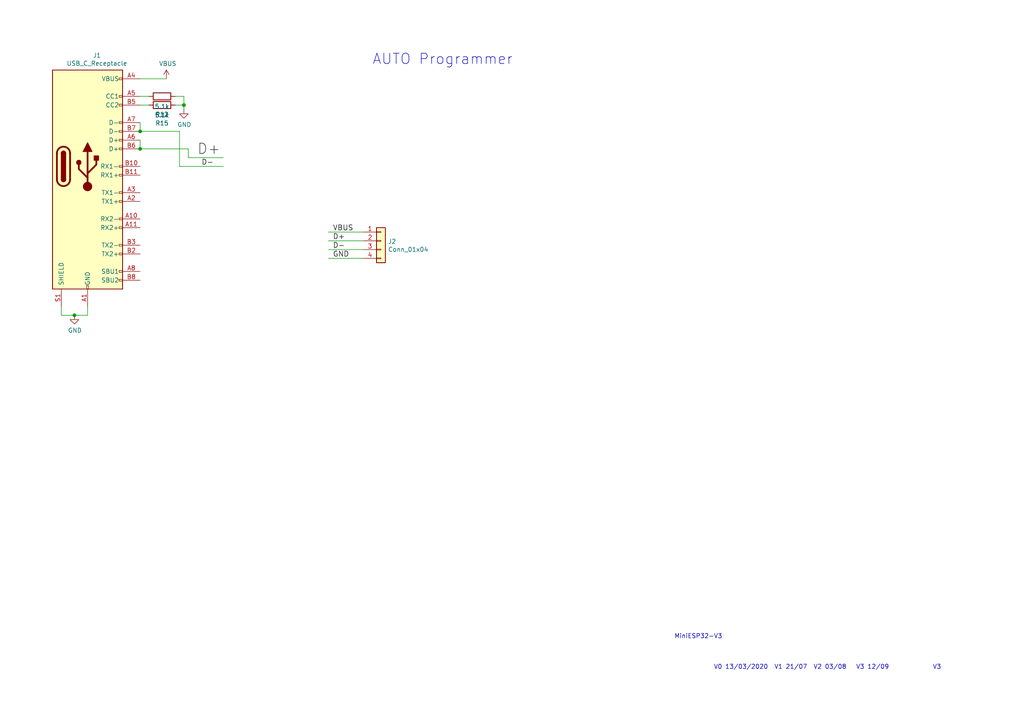
<source format=kicad_sch>
(kicad_sch (version 20211123) (generator eeschema)

  (uuid 10316104-6210-4bdd-9602-e9a78b2c819f)

  (paper "A4")

  (lib_symbols
    (symbol "Connector:USB_C_Receptacle" (pin_names (offset 1.016)) (in_bom yes) (on_board yes)
      (property "Reference" "J" (id 0) (at -10.16 29.21 0)
        (effects (font (size 1.27 1.27)) (justify left))
      )
      (property "Value" "USB_C_Receptacle" (id 1) (at 10.16 29.21 0)
        (effects (font (size 1.27 1.27)) (justify right))
      )
      (property "Footprint" "" (id 2) (at 3.81 0 0)
        (effects (font (size 1.27 1.27)) hide)
      )
      (property "Datasheet" "https://www.usb.org/sites/default/files/documents/usb_type-c.zip" (id 3) (at 3.81 0 0)
        (effects (font (size 1.27 1.27)) hide)
      )
      (property "ki_keywords" "usb universal serial bus type-C full-featured" (id 4) (at 0 0 0)
        (effects (font (size 1.27 1.27)) hide)
      )
      (property "ki_description" "USB Full-Featured Type-C Receptacle connector" (id 5) (at 0 0 0)
        (effects (font (size 1.27 1.27)) hide)
      )
      (property "ki_fp_filters" "USB*C*Receptacle*" (id 6) (at 0 0 0)
        (effects (font (size 1.27 1.27)) hide)
      )
      (symbol "USB_C_Receptacle_0_0"
        (rectangle (start -0.254 -35.56) (end 0.254 -34.544)
          (stroke (width 0) (type default) (color 0 0 0 0))
          (fill (type none))
        )
        (rectangle (start 10.16 -32.766) (end 9.144 -33.274)
          (stroke (width 0) (type default) (color 0 0 0 0))
          (fill (type none))
        )
        (rectangle (start 10.16 -30.226) (end 9.144 -30.734)
          (stroke (width 0) (type default) (color 0 0 0 0))
          (fill (type none))
        )
        (rectangle (start 10.16 -25.146) (end 9.144 -25.654)
          (stroke (width 0) (type default) (color 0 0 0 0))
          (fill (type none))
        )
        (rectangle (start 10.16 -22.606) (end 9.144 -23.114)
          (stroke (width 0) (type default) (color 0 0 0 0))
          (fill (type none))
        )
        (rectangle (start 10.16 -17.526) (end 9.144 -18.034)
          (stroke (width 0) (type default) (color 0 0 0 0))
          (fill (type none))
        )
        (rectangle (start 10.16 -14.986) (end 9.144 -15.494)
          (stroke (width 0) (type default) (color 0 0 0 0))
          (fill (type none))
        )
        (rectangle (start 10.16 -9.906) (end 9.144 -10.414)
          (stroke (width 0) (type default) (color 0 0 0 0))
          (fill (type none))
        )
        (rectangle (start 10.16 -7.366) (end 9.144 -7.874)
          (stroke (width 0) (type default) (color 0 0 0 0))
          (fill (type none))
        )
        (rectangle (start 10.16 -2.286) (end 9.144 -2.794)
          (stroke (width 0) (type default) (color 0 0 0 0))
          (fill (type none))
        )
        (rectangle (start 10.16 0.254) (end 9.144 -0.254)
          (stroke (width 0) (type default) (color 0 0 0 0))
          (fill (type none))
        )
        (rectangle (start 10.16 5.334) (end 9.144 4.826)
          (stroke (width 0) (type default) (color 0 0 0 0))
          (fill (type none))
        )
        (rectangle (start 10.16 7.874) (end 9.144 7.366)
          (stroke (width 0) (type default) (color 0 0 0 0))
          (fill (type none))
        )
        (rectangle (start 10.16 10.414) (end 9.144 9.906)
          (stroke (width 0) (type default) (color 0 0 0 0))
          (fill (type none))
        )
        (rectangle (start 10.16 12.954) (end 9.144 12.446)
          (stroke (width 0) (type default) (color 0 0 0 0))
          (fill (type none))
        )
        (rectangle (start 10.16 18.034) (end 9.144 17.526)
          (stroke (width 0) (type default) (color 0 0 0 0))
          (fill (type none))
        )
        (rectangle (start 10.16 20.574) (end 9.144 20.066)
          (stroke (width 0) (type default) (color 0 0 0 0))
          (fill (type none))
        )
        (rectangle (start 10.16 25.654) (end 9.144 25.146)
          (stroke (width 0) (type default) (color 0 0 0 0))
          (fill (type none))
        )
      )
      (symbol "USB_C_Receptacle_0_1"
        (rectangle (start -10.16 27.94) (end 10.16 -35.56)
          (stroke (width 0.254) (type default) (color 0 0 0 0))
          (fill (type background))
        )
        (arc (start -8.89 -3.81) (mid -6.985 -5.715) (end -5.08 -3.81)
          (stroke (width 0.508) (type default) (color 0 0 0 0))
          (fill (type none))
        )
        (arc (start -7.62 -3.81) (mid -6.985 -4.445) (end -6.35 -3.81)
          (stroke (width 0.254) (type default) (color 0 0 0 0))
          (fill (type none))
        )
        (arc (start -7.62 -3.81) (mid -6.985 -4.445) (end -6.35 -3.81)
          (stroke (width 0.254) (type default) (color 0 0 0 0))
          (fill (type outline))
        )
        (rectangle (start -7.62 -3.81) (end -6.35 3.81)
          (stroke (width 0.254) (type default) (color 0 0 0 0))
          (fill (type outline))
        )
        (arc (start -6.35 3.81) (mid -6.985 4.445) (end -7.62 3.81)
          (stroke (width 0.254) (type default) (color 0 0 0 0))
          (fill (type none))
        )
        (arc (start -6.35 3.81) (mid -6.985 4.445) (end -7.62 3.81)
          (stroke (width 0.254) (type default) (color 0 0 0 0))
          (fill (type outline))
        )
        (arc (start -5.08 3.81) (mid -6.985 5.715) (end -8.89 3.81)
          (stroke (width 0.508) (type default) (color 0 0 0 0))
          (fill (type none))
        )
        (polyline
          (pts
            (xy -8.89 -3.81)
            (xy -8.89 3.81)
          )
          (stroke (width 0.508) (type default) (color 0 0 0 0))
          (fill (type none))
        )
        (polyline
          (pts
            (xy -5.08 3.81)
            (xy -5.08 -3.81)
          )
          (stroke (width 0.508) (type default) (color 0 0 0 0))
          (fill (type none))
        )
      )
      (symbol "USB_C_Receptacle_1_1"
        (circle (center -2.54 1.143) (radius 0.635)
          (stroke (width 0.254) (type default) (color 0 0 0 0))
          (fill (type outline))
        )
        (circle (center 0 -5.842) (radius 1.27)
          (stroke (width 0) (type default) (color 0 0 0 0))
          (fill (type outline))
        )
        (polyline
          (pts
            (xy 0 -5.842)
            (xy 0 4.318)
          )
          (stroke (width 0.508) (type default) (color 0 0 0 0))
          (fill (type none))
        )
        (polyline
          (pts
            (xy 0 -3.302)
            (xy -2.54 -0.762)
            (xy -2.54 0.508)
          )
          (stroke (width 0.508) (type default) (color 0 0 0 0))
          (fill (type none))
        )
        (polyline
          (pts
            (xy 0 -2.032)
            (xy 2.54 0.508)
            (xy 2.54 1.778)
          )
          (stroke (width 0.508) (type default) (color 0 0 0 0))
          (fill (type none))
        )
        (polyline
          (pts
            (xy -1.27 4.318)
            (xy 0 6.858)
            (xy 1.27 4.318)
            (xy -1.27 4.318)
          )
          (stroke (width 0.254) (type default) (color 0 0 0 0))
          (fill (type outline))
        )
        (rectangle (start 1.905 1.778) (end 3.175 3.048)
          (stroke (width 0.254) (type default) (color 0 0 0 0))
          (fill (type outline))
        )
        (pin passive line (at 0 -40.64 90) (length 5.08)
          (name "GND" (effects (font (size 1.27 1.27))))
          (number "A1" (effects (font (size 1.27 1.27))))
        )
        (pin bidirectional line (at 15.24 -15.24 180) (length 5.08)
          (name "RX2-" (effects (font (size 1.27 1.27))))
          (number "A10" (effects (font (size 1.27 1.27))))
        )
        (pin bidirectional line (at 15.24 -17.78 180) (length 5.08)
          (name "RX2+" (effects (font (size 1.27 1.27))))
          (number "A11" (effects (font (size 1.27 1.27))))
        )
        (pin passive line (at 0 -40.64 90) (length 5.08) hide
          (name "GND" (effects (font (size 1.27 1.27))))
          (number "A12" (effects (font (size 1.27 1.27))))
        )
        (pin bidirectional line (at 15.24 -10.16 180) (length 5.08)
          (name "TX1+" (effects (font (size 1.27 1.27))))
          (number "A2" (effects (font (size 1.27 1.27))))
        )
        (pin bidirectional line (at 15.24 -7.62 180) (length 5.08)
          (name "TX1-" (effects (font (size 1.27 1.27))))
          (number "A3" (effects (font (size 1.27 1.27))))
        )
        (pin passive line (at 15.24 25.4 180) (length 5.08)
          (name "VBUS" (effects (font (size 1.27 1.27))))
          (number "A4" (effects (font (size 1.27 1.27))))
        )
        (pin bidirectional line (at 15.24 20.32 180) (length 5.08)
          (name "CC1" (effects (font (size 1.27 1.27))))
          (number "A5" (effects (font (size 1.27 1.27))))
        )
        (pin bidirectional line (at 15.24 7.62 180) (length 5.08)
          (name "D+" (effects (font (size 1.27 1.27))))
          (number "A6" (effects (font (size 1.27 1.27))))
        )
        (pin bidirectional line (at 15.24 12.7 180) (length 5.08)
          (name "D-" (effects (font (size 1.27 1.27))))
          (number "A7" (effects (font (size 1.27 1.27))))
        )
        (pin bidirectional line (at 15.24 -30.48 180) (length 5.08)
          (name "SBU1" (effects (font (size 1.27 1.27))))
          (number "A8" (effects (font (size 1.27 1.27))))
        )
        (pin passive line (at 15.24 25.4 180) (length 5.08) hide
          (name "VBUS" (effects (font (size 1.27 1.27))))
          (number "A9" (effects (font (size 1.27 1.27))))
        )
        (pin passive line (at 0 -40.64 90) (length 5.08) hide
          (name "GND" (effects (font (size 1.27 1.27))))
          (number "B1" (effects (font (size 1.27 1.27))))
        )
        (pin bidirectional line (at 15.24 0 180) (length 5.08)
          (name "RX1-" (effects (font (size 1.27 1.27))))
          (number "B10" (effects (font (size 1.27 1.27))))
        )
        (pin bidirectional line (at 15.24 -2.54 180) (length 5.08)
          (name "RX1+" (effects (font (size 1.27 1.27))))
          (number "B11" (effects (font (size 1.27 1.27))))
        )
        (pin passive line (at 0 -40.64 90) (length 5.08) hide
          (name "GND" (effects (font (size 1.27 1.27))))
          (number "B12" (effects (font (size 1.27 1.27))))
        )
        (pin bidirectional line (at 15.24 -25.4 180) (length 5.08)
          (name "TX2+" (effects (font (size 1.27 1.27))))
          (number "B2" (effects (font (size 1.27 1.27))))
        )
        (pin bidirectional line (at 15.24 -22.86 180) (length 5.08)
          (name "TX2-" (effects (font (size 1.27 1.27))))
          (number "B3" (effects (font (size 1.27 1.27))))
        )
        (pin passive line (at 15.24 25.4 180) (length 5.08) hide
          (name "VBUS" (effects (font (size 1.27 1.27))))
          (number "B4" (effects (font (size 1.27 1.27))))
        )
        (pin bidirectional line (at 15.24 17.78 180) (length 5.08)
          (name "CC2" (effects (font (size 1.27 1.27))))
          (number "B5" (effects (font (size 1.27 1.27))))
        )
        (pin bidirectional line (at 15.24 5.08 180) (length 5.08)
          (name "D+" (effects (font (size 1.27 1.27))))
          (number "B6" (effects (font (size 1.27 1.27))))
        )
        (pin bidirectional line (at 15.24 10.16 180) (length 5.08)
          (name "D-" (effects (font (size 1.27 1.27))))
          (number "B7" (effects (font (size 1.27 1.27))))
        )
        (pin bidirectional line (at 15.24 -33.02 180) (length 5.08)
          (name "SBU2" (effects (font (size 1.27 1.27))))
          (number "B8" (effects (font (size 1.27 1.27))))
        )
        (pin passive line (at 15.24 25.4 180) (length 5.08) hide
          (name "VBUS" (effects (font (size 1.27 1.27))))
          (number "B9" (effects (font (size 1.27 1.27))))
        )
        (pin passive line (at -7.62 -40.64 90) (length 5.08)
          (name "SHIELD" (effects (font (size 1.27 1.27))))
          (number "S1" (effects (font (size 1.27 1.27))))
        )
      )
    )
    (symbol "Connector_Generic:Conn_01x04" (pin_names (offset 1.016) hide) (in_bom yes) (on_board yes)
      (property "Reference" "J" (id 0) (at 0 5.08 0)
        (effects (font (size 1.27 1.27)))
      )
      (property "Value" "Conn_01x04" (id 1) (at 0 -7.62 0)
        (effects (font (size 1.27 1.27)))
      )
      (property "Footprint" "" (id 2) (at 0 0 0)
        (effects (font (size 1.27 1.27)) hide)
      )
      (property "Datasheet" "~" (id 3) (at 0 0 0)
        (effects (font (size 1.27 1.27)) hide)
      )
      (property "ki_keywords" "connector" (id 4) (at 0 0 0)
        (effects (font (size 1.27 1.27)) hide)
      )
      (property "ki_description" "Generic connector, single row, 01x04, script generated (kicad-library-utils/schlib/autogen/connector/)" (id 5) (at 0 0 0)
        (effects (font (size 1.27 1.27)) hide)
      )
      (property "ki_fp_filters" "Connector*:*_1x??_*" (id 6) (at 0 0 0)
        (effects (font (size 1.27 1.27)) hide)
      )
      (symbol "Conn_01x04_1_1"
        (rectangle (start -1.27 -4.953) (end 0 -5.207)
          (stroke (width 0.1524) (type default) (color 0 0 0 0))
          (fill (type none))
        )
        (rectangle (start -1.27 -2.413) (end 0 -2.667)
          (stroke (width 0.1524) (type default) (color 0 0 0 0))
          (fill (type none))
        )
        (rectangle (start -1.27 0.127) (end 0 -0.127)
          (stroke (width 0.1524) (type default) (color 0 0 0 0))
          (fill (type none))
        )
        (rectangle (start -1.27 2.667) (end 0 2.413)
          (stroke (width 0.1524) (type default) (color 0 0 0 0))
          (fill (type none))
        )
        (rectangle (start -1.27 3.81) (end 1.27 -6.35)
          (stroke (width 0.254) (type default) (color 0 0 0 0))
          (fill (type background))
        )
        (pin passive line (at -5.08 2.54 0) (length 3.81)
          (name "Pin_1" (effects (font (size 1.27 1.27))))
          (number "1" (effects (font (size 1.27 1.27))))
        )
        (pin passive line (at -5.08 0 0) (length 3.81)
          (name "Pin_2" (effects (font (size 1.27 1.27))))
          (number "2" (effects (font (size 1.27 1.27))))
        )
        (pin passive line (at -5.08 -2.54 0) (length 3.81)
          (name "Pin_3" (effects (font (size 1.27 1.27))))
          (number "3" (effects (font (size 1.27 1.27))))
        )
        (pin passive line (at -5.08 -5.08 0) (length 3.81)
          (name "Pin_4" (effects (font (size 1.27 1.27))))
          (number "4" (effects (font (size 1.27 1.27))))
        )
      )
    )
    (symbol "Device:R" (pin_numbers hide) (pin_names (offset 0)) (in_bom yes) (on_board yes)
      (property "Reference" "R" (id 0) (at 2.032 0 90)
        (effects (font (size 1.27 1.27)))
      )
      (property "Value" "R" (id 1) (at 0 0 90)
        (effects (font (size 1.27 1.27)))
      )
      (property "Footprint" "" (id 2) (at -1.778 0 90)
        (effects (font (size 1.27 1.27)) hide)
      )
      (property "Datasheet" "~" (id 3) (at 0 0 0)
        (effects (font (size 1.27 1.27)) hide)
      )
      (property "ki_keywords" "R res resistor" (id 4) (at 0 0 0)
        (effects (font (size 1.27 1.27)) hide)
      )
      (property "ki_description" "Resistor" (id 5) (at 0 0 0)
        (effects (font (size 1.27 1.27)) hide)
      )
      (property "ki_fp_filters" "R_*" (id 6) (at 0 0 0)
        (effects (font (size 1.27 1.27)) hide)
      )
      (symbol "R_0_1"
        (rectangle (start -1.016 -2.54) (end 1.016 2.54)
          (stroke (width 0.254) (type default) (color 0 0 0 0))
          (fill (type none))
        )
      )
      (symbol "R_1_1"
        (pin passive line (at 0 3.81 270) (length 1.27)
          (name "~" (effects (font (size 1.27 1.27))))
          (number "1" (effects (font (size 1.27 1.27))))
        )
        (pin passive line (at 0 -3.81 90) (length 1.27)
          (name "~" (effects (font (size 1.27 1.27))))
          (number "2" (effects (font (size 1.27 1.27))))
        )
      )
    )
    (symbol "power:GND" (power) (pin_names (offset 0)) (in_bom yes) (on_board yes)
      (property "Reference" "#PWR" (id 0) (at 0 -6.35 0)
        (effects (font (size 1.27 1.27)) hide)
      )
      (property "Value" "GND" (id 1) (at 0 -3.81 0)
        (effects (font (size 1.27 1.27)))
      )
      (property "Footprint" "" (id 2) (at 0 0 0)
        (effects (font (size 1.27 1.27)) hide)
      )
      (property "Datasheet" "" (id 3) (at 0 0 0)
        (effects (font (size 1.27 1.27)) hide)
      )
      (property "ki_keywords" "power-flag" (id 4) (at 0 0 0)
        (effects (font (size 1.27 1.27)) hide)
      )
      (property "ki_description" "Power symbol creates a global label with name \"GND\" , ground" (id 5) (at 0 0 0)
        (effects (font (size 1.27 1.27)) hide)
      )
      (symbol "GND_0_1"
        (polyline
          (pts
            (xy 0 0)
            (xy 0 -1.27)
            (xy 1.27 -1.27)
            (xy 0 -2.54)
            (xy -1.27 -1.27)
            (xy 0 -1.27)
          )
          (stroke (width 0) (type default) (color 0 0 0 0))
          (fill (type none))
        )
      )
      (symbol "GND_1_1"
        (pin power_in line (at 0 0 270) (length 0) hide
          (name "GND" (effects (font (size 1.27 1.27))))
          (number "1" (effects (font (size 1.27 1.27))))
        )
      )
    )
    (symbol "power:VBUS" (power) (pin_names (offset 0)) (in_bom yes) (on_board yes)
      (property "Reference" "#PWR" (id 0) (at 0 -3.81 0)
        (effects (font (size 1.27 1.27)) hide)
      )
      (property "Value" "VBUS" (id 1) (at 0 3.81 0)
        (effects (font (size 1.27 1.27)))
      )
      (property "Footprint" "" (id 2) (at 0 0 0)
        (effects (font (size 1.27 1.27)) hide)
      )
      (property "Datasheet" "" (id 3) (at 0 0 0)
        (effects (font (size 1.27 1.27)) hide)
      )
      (property "ki_keywords" "power-flag" (id 4) (at 0 0 0)
        (effects (font (size 1.27 1.27)) hide)
      )
      (property "ki_description" "Power symbol creates a global label with name \"VBUS\"" (id 5) (at 0 0 0)
        (effects (font (size 1.27 1.27)) hide)
      )
      (symbol "VBUS_0_1"
        (polyline
          (pts
            (xy -0.762 1.27)
            (xy 0 2.54)
          )
          (stroke (width 0) (type default) (color 0 0 0 0))
          (fill (type none))
        )
        (polyline
          (pts
            (xy 0 0)
            (xy 0 2.54)
          )
          (stroke (width 0) (type default) (color 0 0 0 0))
          (fill (type none))
        )
        (polyline
          (pts
            (xy 0 2.54)
            (xy 0.762 1.27)
          )
          (stroke (width 0) (type default) (color 0 0 0 0))
          (fill (type none))
        )
      )
      (symbol "VBUS_1_1"
        (pin power_in line (at 0 0 90) (length 0) hide
          (name "VBUS" (effects (font (size 1.27 1.27))))
          (number "1" (effects (font (size 1.27 1.27))))
        )
      )
    )
  )

  (junction (at 21.59 91.44) (diameter 0) (color 0 0 0 0)
    (uuid 59592d44-71ad-4027-8337-5eb056d53bd2)
  )
  (junction (at 40.64 43.18) (diameter 0) (color 0 0 0 0)
    (uuid a020a075-eb95-4bf0-b595-70f6d5f77bd8)
  )
  (junction (at 53.34 30.48) (diameter 0) (color 0 0 0 0)
    (uuid dd396a63-1ab8-49bb-b486-af90f8915fdd)
  )
  (junction (at 40.64 38.1) (diameter 0) (color 0 0 0 0)
    (uuid ec9023f5-3d21-4e23-a321-6e23b8a4e49a)
  )

  (wire (pts (xy 40.64 43.18) (xy 54.61 43.18))
    (stroke (width 0) (type default) (color 0 0 0 0))
    (uuid 02c2ade3-7080-48b3-a86b-c0e414179b7a)
  )
  (wire (pts (xy 95.25 67.31) (xy 105.41 67.31))
    (stroke (width 0) (type default) (color 0 0 0 0))
    (uuid 19a59aa8-3a2d-4771-9fa8-10bb53fa211b)
  )
  (wire (pts (xy 53.34 30.48) (xy 53.34 31.75))
    (stroke (width 0) (type default) (color 0 0 0 0))
    (uuid 1a0a000e-9807-46f7-b21b-661594ed817d)
  )
  (wire (pts (xy 95.25 69.85) (xy 105.41 69.85))
    (stroke (width 0) (type default) (color 0 0 0 0))
    (uuid 2a91deee-5b94-4bd2-aef1-e2343be28050)
  )
  (wire (pts (xy 52.07 38.1) (xy 52.07 48.26))
    (stroke (width 0) (type default) (color 0 0 0 0))
    (uuid 31219c44-74bb-4c34-87d8-9c144e3b6490)
  )
  (wire (pts (xy 54.61 45.72) (xy 64.77 45.72))
    (stroke (width 0) (type default) (color 0 0 0 0))
    (uuid 3685141e-de29-4954-9e03-948e97b98d6c)
  )
  (wire (pts (xy 52.07 48.26) (xy 64.77 48.26))
    (stroke (width 0) (type default) (color 0 0 0 0))
    (uuid 38162afa-809d-4cbb-a0e3-50f7908a38f2)
  )
  (wire (pts (xy 54.61 43.18) (xy 54.61 45.72))
    (stroke (width 0) (type default) (color 0 0 0 0))
    (uuid 3a9383c8-35ea-4781-8551-a9495382efac)
  )
  (wire (pts (xy 50.8 30.48) (xy 53.34 30.48))
    (stroke (width 0) (type default) (color 0 0 0 0))
    (uuid 3fc1b371-5e2a-4e17-a7fc-caa7e66b96fa)
  )
  (wire (pts (xy 95.25 74.93) (xy 105.41 74.93))
    (stroke (width 0) (type default) (color 0 0 0 0))
    (uuid 43bda84c-0238-4e4c-9230-0059311094d2)
  )
  (wire (pts (xy 40.64 38.1) (xy 52.07 38.1))
    (stroke (width 0) (type default) (color 0 0 0 0))
    (uuid 7907b62d-82ad-4c26-b861-578405aab915)
  )
  (wire (pts (xy 17.78 91.44) (xy 17.78 88.9))
    (stroke (width 0) (type default) (color 0 0 0 0))
    (uuid 8603d8c8-e0e4-4b67-889d-e2041b7ec9b3)
  )
  (wire (pts (xy 21.59 91.44) (xy 25.4 91.44))
    (stroke (width 0) (type default) (color 0 0 0 0))
    (uuid 8c89d72d-656d-4815-ad74-1167f859e248)
  )
  (wire (pts (xy 50.8 27.94) (xy 53.34 27.94))
    (stroke (width 0) (type default) (color 0 0 0 0))
    (uuid 9e0f9658-7cb1-4941-9f15-e80133c15f20)
  )
  (wire (pts (xy 21.59 91.44) (xy 17.78 91.44))
    (stroke (width 0) (type default) (color 0 0 0 0))
    (uuid b02899f2-2d98-422b-b27a-cfb886066310)
  )
  (wire (pts (xy 40.64 22.86) (xy 48.26 22.86))
    (stroke (width 0) (type default) (color 0 0 0 0))
    (uuid b9ae1d25-6c69-4d9c-8351-1b6a3753ca10)
  )
  (wire (pts (xy 40.64 30.48) (xy 43.18 30.48))
    (stroke (width 0) (type default) (color 0 0 0 0))
    (uuid bec3102e-c2c7-4e22-af84-bba9656958c3)
  )
  (wire (pts (xy 53.34 27.94) (xy 53.34 30.48))
    (stroke (width 0) (type default) (color 0 0 0 0))
    (uuid bf9835e5-57da-4a78-b2e0-b1f1f58e07f4)
  )
  (wire (pts (xy 40.64 27.94) (xy 43.18 27.94))
    (stroke (width 0) (type default) (color 0 0 0 0))
    (uuid d18a71de-82ca-4312-83c7-abc758319533)
  )
  (wire (pts (xy 25.4 91.44) (xy 25.4 88.9))
    (stroke (width 0) (type default) (color 0 0 0 0))
    (uuid d5f045e7-f12a-47a4-b648-f11da28210e5)
  )
  (wire (pts (xy 40.64 40.64) (xy 40.64 43.18))
    (stroke (width 0) (type default) (color 0 0 0 0))
    (uuid dc8a0a1d-eb22-41a5-b499-24a32a626ebb)
  )
  (wire (pts (xy 95.25 72.39) (xy 105.41 72.39))
    (stroke (width 0) (type default) (color 0 0 0 0))
    (uuid ecdeac50-919b-44d8-9f7f-55fc456366c8)
  )
  (wire (pts (xy 40.64 35.56) (xy 40.64 38.1))
    (stroke (width 0) (type default) (color 0 0 0 0))
    (uuid f2a0f06e-c70a-4ffb-bb85-2f5c7b01b60a)
  )

  (text "V0 13/03/2020  V1 21/07  V2 03/08   V3 12/09" (at 207.01 194.31 0)
    (effects (font (size 1.27 1.27)) (justify left bottom))
    (uuid 2077a8b9-1714-4cae-b125-1af56ab7e8d5)
  )
  (text "V3" (at 270.51 194.31 0)
    (effects (font (size 1.27 1.27)) (justify left bottom))
    (uuid 28eb2478-12e7-4242-b52e-4fd0a821a3ce)
  )
  (text "AUTO Programmer" (at 107.95 19.05 0)
    (effects (font (size 2.9972 2.9972)) (justify left bottom))
    (uuid 456fa0e4-2144-4279-bc26-9ba869be0df7)
  )
  (text "MiniESP32-V3\n" (at 195.58 185.42 0)
    (effects (font (size 1.27 1.27)) (justify left bottom))
    (uuid 61e8e87b-e94b-4703-8da3-f3c8c0a6e238)
  )

  (label "D+" (at 57.15 45.72 0)
    (effects (font (size 2.9972 2.9972)) (justify left bottom))
    (uuid 2156700a-cd96-4c90-a310-b48b0329ae93)
  )
  (label "VBUS" (at 96.52 67.31 0)
    (effects (font (size 1.4986 1.4986)) (justify left bottom))
    (uuid 7bb66066-2403-4961-ad4c-95a3657f8f55)
  )
  (label "GND" (at 96.52 74.93 0)
    (effects (font (size 1.4986 1.4986)) (justify left bottom))
    (uuid 805ec8c0-a1bc-47e7-b4e4-b4a0520c45cc)
  )
  (label "D+" (at 96.52 69.85 0)
    (effects (font (size 1.4986 1.4986)) (justify left bottom))
    (uuid 855cb8fd-b2bd-4790-bf52-1de4414b3d23)
  )
  (label "D-" (at 96.52 72.39 0)
    (effects (font (size 1.4986 1.4986)) (justify left bottom))
    (uuid ac151b76-b0f1-4df0-8137-eb49fb78bc17)
  )
  (label "D-" (at 58.42 48.26 0)
    (effects (font (size 1.4986 1.4986)) (justify left bottom))
    (uuid de852ea1-392f-42fc-be47-4c303530c538)
  )

  (symbol (lib_id "power:GND") (at 21.59 91.44 0) (unit 1)
    (in_bom yes) (on_board yes)
    (uuid 00000000-0000-0000-0000-00005f4a12c9)
    (property "Reference" "#PWR0136" (id 0) (at 21.59 97.79 0)
      (effects (font (size 1.27 1.27)) hide)
    )
    (property "Value" "GND" (id 1) (at 21.717 95.8342 0))
    (property "Footprint" "" (id 2) (at 21.59 91.44 0)
      (effects (font (size 1.27 1.27)) hide)
    )
    (property "Datasheet" "" (id 3) (at 21.59 91.44 0)
      (effects (font (size 1.27 1.27)) hide)
    )
    (pin "1" (uuid 9abd8442-3e86-432a-83ac-40fbe02abe88))
  )

  (symbol (lib_id "power:VBUS") (at 48.26 22.86 0) (unit 1)
    (in_bom yes) (on_board yes)
    (uuid 00000000-0000-0000-0000-00005f985bd2)
    (property "Reference" "#PWR0103" (id 0) (at 48.26 26.67 0)
      (effects (font (size 1.27 1.27)) hide)
    )
    (property "Value" "VBUS" (id 1) (at 48.641 18.4658 0))
    (property "Footprint" "" (id 2) (at 48.26 22.86 0)
      (effects (font (size 1.27 1.27)) hide)
    )
    (property "Datasheet" "" (id 3) (at 48.26 22.86 0)
      (effects (font (size 1.27 1.27)) hide)
    )
    (pin "1" (uuid 5c7cf7a8-55da-4fe1-9aae-22aceb93fffd))
  )

  (symbol (lib_id "Connector:USB_C_Receptacle") (at 25.4 48.26 0) (unit 1)
    (in_bom yes) (on_board yes)
    (uuid 00000000-0000-0000-0000-00006087b7a3)
    (property "Reference" "" (id 0) (at 28.1178 16.0782 0))
    (property "Value" "USB_C_Receptacle" (id 1) (at 28.1178 18.3896 0))
    (property "Footprint" "Connector_USB:USB_C_Receptacle_Palconn_UTC16-G" (id 2) (at 29.21 48.26 0)
      (effects (font (size 1.27 1.27)) hide)
    )
    (property "Datasheet" "https://www.usb.org/sites/default/files/documents/usb_type-c.zip" (id 3) (at 29.21 48.26 0)
      (effects (font (size 1.27 1.27)) hide)
    )
    (pin "A1" (uuid 0a1763d6-77a5-499a-b62f-ace3909681f8))
    (pin "A10" (uuid b0c59351-8cf8-4753-912d-f9dcf04081fd))
    (pin "A11" (uuid 392ac4e7-9ded-40de-b828-72c213d4faa8))
    (pin "A12" (uuid 53c9ee87-cd4b-45d5-8958-9aa2f063a639))
    (pin "A2" (uuid 22aee572-3fb2-4135-8a48-cb70a4973a49))
    (pin "A3" (uuid 72bdce58-1c52-412d-806b-8aff35b3cace))
    (pin "A4" (uuid 3b88a1d5-bd08-4be6-a012-66bc2f1c0974))
    (pin "A5" (uuid 398edab4-faf3-49fd-8d22-c37190b04318))
    (pin "A6" (uuid b4a9acb6-039e-43c8-a1d1-a5b5ae750404))
    (pin "A7" (uuid 795fb76c-8f85-410a-830c-48e94770e1e4))
    (pin "A8" (uuid 4276dd00-82cc-4a00-b6b9-ebc34fda71b7))
    (pin "A9" (uuid 455689f3-d53e-4086-9630-1291dc29cf55))
    (pin "B1" (uuid 3962de3e-3b36-4cb2-bfbb-efec1483822e))
    (pin "B10" (uuid 594e4208-85ad-4009-8110-7cb49dd4e37b))
    (pin "B11" (uuid 5e983408-6920-4b6c-b1ab-a2494e083809))
    (pin "B12" (uuid 30ddebcf-c486-4eb4-99ab-28a44f457834))
    (pin "B2" (uuid 31cbc8a3-9faf-43d8-a812-c00d1f66df70))
    (pin "B3" (uuid 05e53f06-8c18-4091-ab1a-b0657cab56cc))
    (pin "B4" (uuid fac1297f-832e-4805-b862-c151d50403c6))
    (pin "B5" (uuid ebe8095b-61cc-4590-b7f9-1240a1631749))
    (pin "B6" (uuid 8e864a27-731d-4240-8528-6965ea220bc8))
    (pin "B7" (uuid 6193d684-39de-4101-9ce3-2d5762cc33b7))
    (pin "B8" (uuid ae62c45c-fd15-456a-8f3e-4c97e27913ef))
    (pin "B9" (uuid 1f272b61-6794-4296-b7c9-73e01eab256e))
    (pin "S1" (uuid d94f0059-5af0-4f47-a86b-1569d7905922))
  )

  (symbol (lib_id "Device:R") (at 46.99 27.94 90) (unit 1)
    (in_bom yes) (on_board yes)
    (uuid 00000000-0000-0000-0000-000060ad5047)
    (property "Reference" "" (id 0) (at 46.99 33.1978 90))
    (property "Value" "5.1k" (id 1) (at 46.99 30.8864 90))
    (property "Footprint" "Resistor_SMD:R_0805_2012Metric" (id 2) (at 46.99 29.718 90)
      (effects (font (size 1.27 1.27)) hide)
    )
    (property "Datasheet" "~" (id 3) (at 46.99 27.94 0)
      (effects (font (size 1.27 1.27)) hide)
    )
    (pin "1" (uuid e42e91f8-f241-4fc2-b4eb-d2987453cd36))
    (pin "2" (uuid 94ad99b3-bdf8-476f-8ecb-1f5b6b9d7c1d))
  )

  (symbol (lib_id "Device:R") (at 46.99 30.48 90) (unit 1)
    (in_bom yes) (on_board yes)
    (uuid 00000000-0000-0000-0000-000060ad59be)
    (property "Reference" "" (id 0) (at 46.99 35.7378 90))
    (property "Value" "5.1k" (id 1) (at 46.99 33.4264 90))
    (property "Footprint" "Resistor_SMD:R_0805_2012Metric" (id 2) (at 46.99 32.258 90)
      (effects (font (size 1.27 1.27)) hide)
    )
    (property "Datasheet" "~" (id 3) (at 46.99 30.48 0)
      (effects (font (size 1.27 1.27)) hide)
    )
    (pin "1" (uuid cf171b1f-52aa-4f0b-b556-8ee75c9f31ce))
    (pin "2" (uuid d9806994-0b2e-4989-bd9b-c1be694544e3))
  )

  (symbol (lib_id "power:GND") (at 53.34 31.75 0) (unit 1)
    (in_bom yes) (on_board yes)
    (uuid 00000000-0000-0000-0000-000060ad5b85)
    (property "Reference" "#PWR0141" (id 0) (at 53.34 38.1 0)
      (effects (font (size 1.27 1.27)) hide)
    )
    (property "Value" "GND" (id 1) (at 53.467 36.1442 0))
    (property "Footprint" "" (id 2) (at 53.34 31.75 0)
      (effects (font (size 1.27 1.27)) hide)
    )
    (property "Datasheet" "" (id 3) (at 53.34 31.75 0)
      (effects (font (size 1.27 1.27)) hide)
    )
    (pin "1" (uuid 8dda87bd-dc33-478d-bca5-f5ba893391c0))
  )

  (symbol (lib_id "Connector_Generic:Conn_01x04") (at 110.49 69.85 0) (unit 1)
    (in_bom yes) (on_board yes)
    (uuid 00000000-0000-0000-0000-0000635a913c)
    (property "Reference" "" (id 0) (at 112.522 70.0532 0)
      (effects (font (size 1.27 1.27)) (justify left))
    )
    (property "Value" "Conn_01x04" (id 1) (at 112.522 72.3646 0)
      (effects (font (size 1.27 1.27)) (justify left))
    )
    (property "Footprint" "Connector_PinHeader_2.54mm:PinHeader_1x04_P2.54mm_Vertical" (id 2) (at 110.49 69.85 0)
      (effects (font (size 1.27 1.27)) hide)
    )
    (property "Datasheet" "~" (id 3) (at 110.49 69.85 0)
      (effects (font (size 1.27 1.27)) hide)
    )
    (pin "1" (uuid 8d8b97ca-b171-4797-910f-f5734ac9be71))
    (pin "2" (uuid eeae6ee5-8ecc-4c35-a7a3-e7d5a852e190))
    (pin "3" (uuid 887352d4-7fcf-4078-8851-6271c9e0489e))
    (pin "4" (uuid 8d1d7a44-7fb3-4e47-ba3a-f378260a41e6))
  )

  (sheet_instances
    (path "/" (page "1"))
  )

  (symbol_instances
    (path "/00000000-0000-0000-0000-00005f985bd2"
      (reference "#PWR0103") (unit 1) (value "VBUS") (footprint "")
    )
    (path "/00000000-0000-0000-0000-00005f4a12c9"
      (reference "#PWR0136") (unit 1) (value "GND") (footprint "")
    )
    (path "/00000000-0000-0000-0000-000060ad5b85"
      (reference "#PWR0141") (unit 1) (value "GND") (footprint "")
    )
    (path "/00000000-0000-0000-0000-00006087b7a3"
      (reference "J1") (unit 1) (value "USB_C_Receptacle") (footprint "Connector_USB:USB_C_Receptacle_Palconn_UTC16-G")
    )
    (path "/00000000-0000-0000-0000-0000635a913c"
      (reference "J2") (unit 1) (value "Conn_01x04") (footprint "Connector_PinHeader_2.54mm:PinHeader_1x04_P2.54mm_Vertical")
    )
    (path "/00000000-0000-0000-0000-000060ad5047"
      (reference "R12") (unit 1) (value "5.1k") (footprint "Resistor_SMD:R_0805_2012Metric")
    )
    (path "/00000000-0000-0000-0000-000060ad59be"
      (reference "R15") (unit 1) (value "5.1k") (footprint "Resistor_SMD:R_0805_2012Metric")
    )
  )
)

</source>
